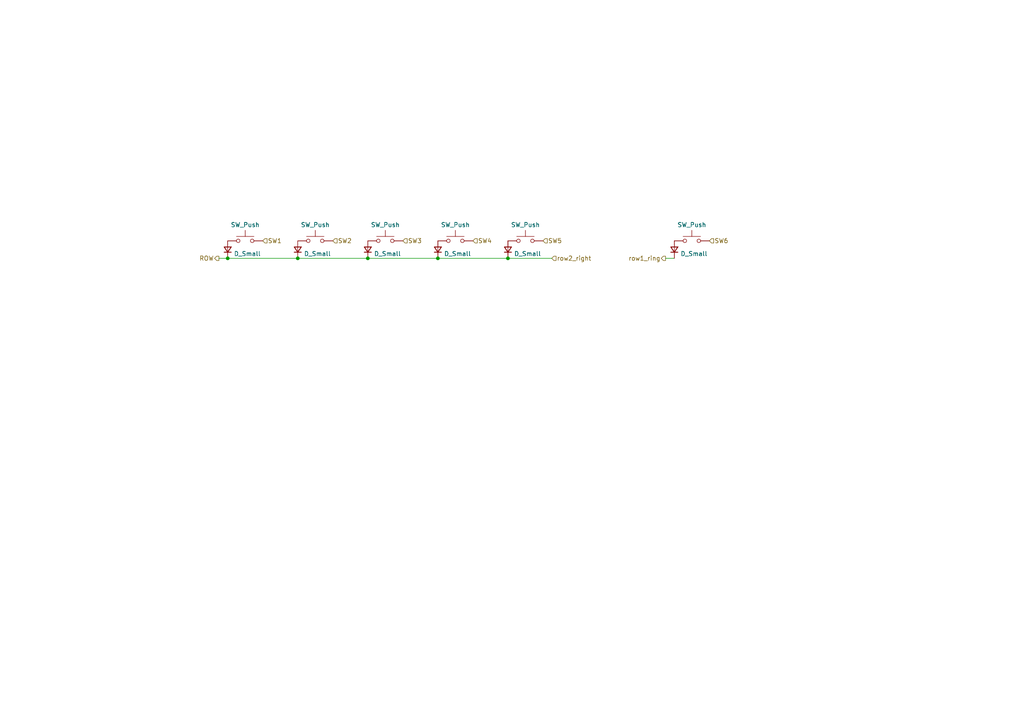
<source format=kicad_sch>
(kicad_sch (version 20231120) (generator "eeschema") (generator_version "8.0")
  (paper "A4")
  (lib_symbols
    (symbol "Device:D_Small" (pin_numbers hide) (pin_names (offset 0.254) hide)
      (property "Reference" "D" (at -1.27 2.032 0))
      (property "Value" "D_Small" (at -3.81 -2.032 0))
      (symbol "D_Small_0_1"
        (polyline (pts (xy -0.762 -1.016) (xy -0.762 1.016)) (stroke (width 0.254)))
        (polyline (pts (xy -0.762 0) (xy 0.762 0)))
        (polyline (pts (xy 0.762 -1.016) (xy -0.762 0) (xy 0.762 1.016) (xy 0.762 -1.016)) (stroke (width 0.254)))
      )
      (symbol "D_Small_1_1"
        (pin passive line (at -2.54 0 0) (length 1.778) (name "K") (number "1"))
        (pin passive line (at 2.54 0 180) (length 1.778) (name "A") (number "2"))
      )
    )
    (symbol "Switch:SW_Push" (pin_numbers hide) (pin_names (offset 1.016) hide)
      (property "Reference" "SW" (at 1.27 2.54 0))
      (property "Value" "SW_Push" (at 0 -1.524 0))
      (symbol "SW_Push_0_1"
        (circle (center -2.032 0) (radius 0.508))
        (polyline (pts (xy 0 1.27) (xy 0 3.048)))
        (polyline (pts (xy 2.54 1.27) (xy -2.54 1.27)))
        (circle (center 2.032 0) (radius 0.508))
        (pin passive line (at -5.08 0 0) (length 2.54) (name "1") (number "1"))
        (pin passive line (at 5.08 0 180) (length 2.54) (name "2") (number "2"))
      )
    )
  )
  (junction (at 127 74.93))
  (junction (at 106.68 74.93))
  (junction (at 86.36 74.93))
  (junction (at 147.32 74.93))
  (junction (at 66.04 74.93))
  (wire (pts (xy 86.36 74.93) (xy 106.68 74.93)))
  (wire (pts (xy 106.68 74.93) (xy 127 74.93)))
  (wire (pts (xy 147.32 74.93) (xy 160.02 74.93)))
  (wire (pts (xy 66.04 74.93) (xy 86.36 74.93)))
  (wire (pts (xy 63.5 74.93) (xy 66.04 74.93)))
  (wire (pts (xy 127 74.93) (xy 147.32 74.93)))
  (wire (pts (xy 195.58 74.93) (xy 193.04 74.93)))
  (hierarchical_label "SW2" (shape input) (at 96.52 69.85 0))
  (hierarchical_label "ROW" (shape output) (at 63.5 74.93 180))
  (hierarchical_label "SW6" (shape input) (at 205.74 69.85 0))
  (hierarchical_label "SW1" (shape input) (at 76.2 69.85 0))
  (hierarchical_label "SW3" (shape input) (at 116.84 69.85 0))
  (hierarchical_label "row2_right" (shape input) (at 160.02 74.93 0))
  (hierarchical_label "SW4" (shape input) (at 137.16 69.85 0))
  (hierarchical_label "row1_ring" (shape output) (at 193.04 74.93 180))
  (hierarchical_label "SW5" (shape input) (at 157.48 69.85 0))
  (symbol (lib_id "Switch:SW_Push") (at 91.44 69.85 0) (unit 1)
    (property "Reference" "SW7" (effects (hide yes)))
    (property "Value" "SW_Push" (at 91.44 65.2089 0))
    (property "Footprint" "Library:Button_Mute_Kailh" (effects (hide yes)))
  )
  (symbol (lib_id "Device:D_Small") (at 147.32 72.39 90) (unit 1)
    (property "Reference" "D8" (effects (hide yes)))
    (property "Value" "D_Small" (at 149.098 73.6021 90) (effects (justify right)))
    (property "Footprint" "Library:D_SOD-323" (effects (hide yes)))
    (property "Sim.Device" "D" (effects (hide yes)))
    (property "Sim.Pins" "1=K 2=A" (effects (hide yes)))
  )
  (symbol (lib_id "Switch:SW_Push") (at 152.4 69.85 0) (unit 1)
    (property "Reference" "SW10" (effects (hide yes)))
    (property "Value" "SW_Push" (at 152.4 65.2089 0))
    (property "Footprint" "Library:Button_Mute_Kailh" (effects (hide yes)))
  )
  (symbol (lib_id "Switch:SW_Push") (at 111.76 69.85 0) (unit 1)
    (property "Reference" "SW8" (effects (hide yes)))
    (property "Value" "SW_Push" (at 111.76 65.2089 0))
    (property "Footprint" "Library:Button_Mute_Kailh" (effects (hide yes)))
  )
  (symbol (lib_id "Device:D_Small") (at 195.58 72.39 90) (unit 1)
    (property "Reference" "D9" (effects (hide yes)))
    (property "Value" "D_Small" (at 197.358 73.6021 90) (effects (justify right)))
    (property "Footprint" "Library:D_SOD-323" (effects (hide yes)))
    (property "Sim.Device" "D" (effects (hide yes)))
    (property "Sim.Pins" "1=K 2=A" (effects (hide yes)))
  )
  (symbol (lib_id "Device:D_Small") (at 127 72.39 90) (unit 1)
    (property "Reference" "D7" (effects (hide yes)))
    (property "Value" "D_Small" (at 128.778 73.6021 90) (effects (justify right)))
    (property "Footprint" "Library:D_SOD-323" (effects (hide yes)))
    (property "Sim.Device" "D" (effects (hide yes)))
    (property "Sim.Pins" "1=K 2=A" (effects (hide yes)))
  )
  (symbol (lib_id "Switch:SW_Push") (at 132.08 69.85 0) (unit 1)
    (property "Reference" "SW9" (effects (hide yes)))
    (property "Value" "SW_Push" (at 132.08 65.2089 0))
    (property "Footprint" "Library:Button_Mute_Kailh" (effects (hide yes)))
  )
  (symbol (lib_id "Device:D_Small") (at 66.04 72.39 90) (unit 1)
    (property "Reference" "D4" (effects (hide yes)))
    (property "Value" "D_Small" (at 67.818 73.6021 90) (effects (justify right)))
    (property "Footprint" "Library:D_SOD-323" (effects (hide yes)))
    (property "Sim.Device" "D" (effects (hide yes)))
    (property "Sim.Pins" "1=K 2=A" (effects (hide yes)))
  )
  (symbol (lib_id "Switch:SW_Push") (at 71.12 69.85 0) (unit 1)
    (property "Reference" "SW6" (effects (hide yes)))
    (property "Value" "SW_Push" (at 71.12 65.2089 0))
    (property "Footprint" "Library:Button_Mute_Kailh" (effects (hide yes)))
  )
  (symbol (lib_id "Switch:SW_Push") (at 200.66 69.85 0) (unit 1)
    (property "Reference" "SW11" (effects (hide yes)))
    (property "Value" "SW_Push" (at 200.66 65.2089 0))
    (property "Footprint" "Library:Button_Mute_Kailh" (effects (hide yes)))
  )
  (symbol (lib_id "Device:D_Small") (at 86.36 72.39 90) (unit 1)
    (property "Reference" "D5" (effects (hide yes)))
    (property "Value" "D_Small" (at 88.138 73.6021 90) (effects (justify right)))
    (property "Footprint" "Library:D_SOD-323" (effects (hide yes)))
    (property "Sim.Device" "D" (effects (hide yes)))
    (property "Sim.Pins" "1=K 2=A" (effects (hide yes)))
  )
  (symbol (lib_id "Device:D_Small") (at 106.68 72.39 90) (unit 1)
    (property "Reference" "D6" (effects (hide yes)))
    (property "Value" "D_Small" (at 108.458 73.6021 90) (effects (justify right)))
    (property "Footprint" "Library:D_SOD-323" (effects (hide yes)))
    (property "Sim.Device" "D" (effects (hide yes)))
    (property "Sim.Pins" "1=K 2=A" (effects (hide yes)))
  )
)
</source>
